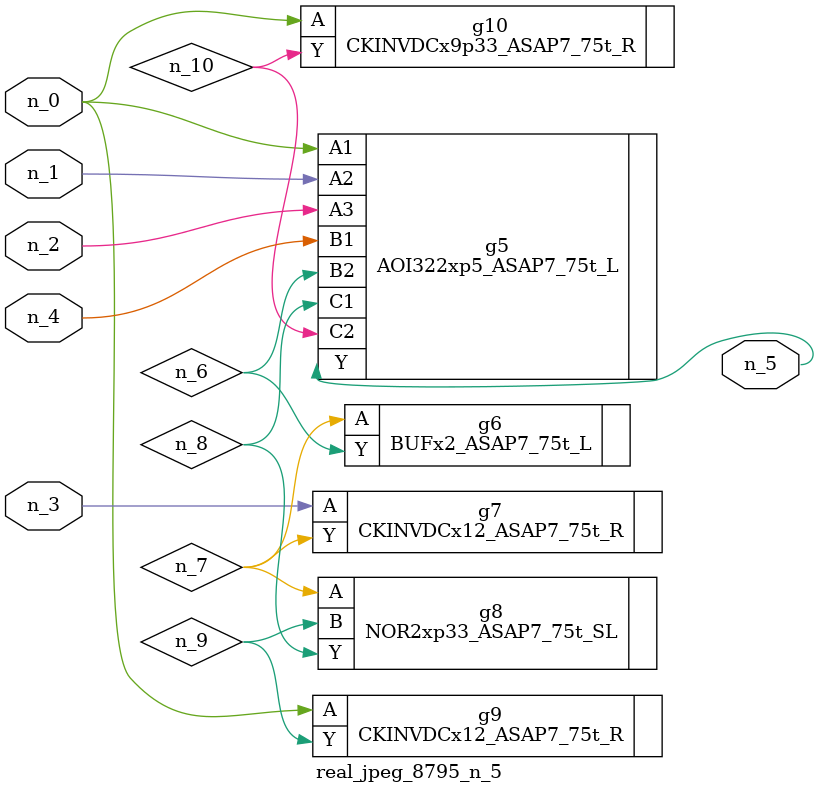
<source format=v>
module real_jpeg_8795_n_5 (n_4, n_0, n_1, n_2, n_3, n_5);

input n_4;
input n_0;
input n_1;
input n_2;
input n_3;

output n_5;

wire n_8;
wire n_6;
wire n_7;
wire n_10;
wire n_9;

AOI322xp5_ASAP7_75t_L g5 ( 
.A1(n_0),
.A2(n_1),
.A3(n_2),
.B1(n_4),
.B2(n_6),
.C1(n_8),
.C2(n_10),
.Y(n_5)
);

CKINVDCx12_ASAP7_75t_R g9 ( 
.A(n_0),
.Y(n_9)
);

CKINVDCx9p33_ASAP7_75t_R g10 ( 
.A(n_0),
.Y(n_10)
);

CKINVDCx12_ASAP7_75t_R g7 ( 
.A(n_3),
.Y(n_7)
);

BUFx2_ASAP7_75t_L g6 ( 
.A(n_7),
.Y(n_6)
);

NOR2xp33_ASAP7_75t_SL g8 ( 
.A(n_7),
.B(n_9),
.Y(n_8)
);


endmodule
</source>
